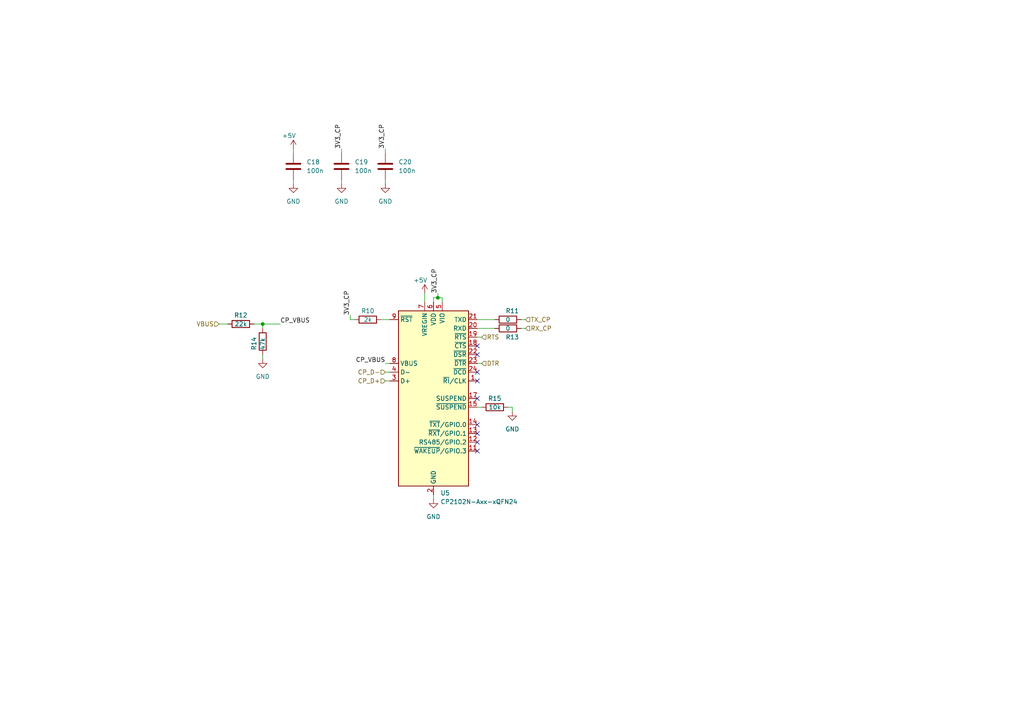
<source format=kicad_sch>
(kicad_sch (version 20211123) (generator eeschema)

  (uuid 4e105275-4a47-4ec9-ae12-f300ca3f1a96)

  (paper "A4")

  (lib_symbols
    (symbol "Device:C" (pin_numbers hide) (pin_names (offset 0.254)) (in_bom yes) (on_board yes)
      (property "Reference" "C" (id 0) (at 0.635 2.54 0)
        (effects (font (size 1.27 1.27)) (justify left))
      )
      (property "Value" "C" (id 1) (at 0.635 -2.54 0)
        (effects (font (size 1.27 1.27)) (justify left))
      )
      (property "Footprint" "" (id 2) (at 0.9652 -3.81 0)
        (effects (font (size 1.27 1.27)) hide)
      )
      (property "Datasheet" "~" (id 3) (at 0 0 0)
        (effects (font (size 1.27 1.27)) hide)
      )
      (property "ki_keywords" "cap capacitor" (id 4) (at 0 0 0)
        (effects (font (size 1.27 1.27)) hide)
      )
      (property "ki_description" "Unpolarized capacitor" (id 5) (at 0 0 0)
        (effects (font (size 1.27 1.27)) hide)
      )
      (property "ki_fp_filters" "C_*" (id 6) (at 0 0 0)
        (effects (font (size 1.27 1.27)) hide)
      )
      (symbol "C_0_1"
        (polyline
          (pts
            (xy -2.032 -0.762)
            (xy 2.032 -0.762)
          )
          (stroke (width 0.508) (type default) (color 0 0 0 0))
          (fill (type none))
        )
        (polyline
          (pts
            (xy -2.032 0.762)
            (xy 2.032 0.762)
          )
          (stroke (width 0.508) (type default) (color 0 0 0 0))
          (fill (type none))
        )
      )
      (symbol "C_1_1"
        (pin passive line (at 0 3.81 270) (length 2.794)
          (name "~" (effects (font (size 1.27 1.27))))
          (number "1" (effects (font (size 1.27 1.27))))
        )
        (pin passive line (at 0 -3.81 90) (length 2.794)
          (name "~" (effects (font (size 1.27 1.27))))
          (number "2" (effects (font (size 1.27 1.27))))
        )
      )
    )
    (symbol "Device:R" (pin_numbers hide) (pin_names (offset 0)) (in_bom yes) (on_board yes)
      (property "Reference" "R" (id 0) (at 2.032 0 90)
        (effects (font (size 1.27 1.27)))
      )
      (property "Value" "R" (id 1) (at 0 0 90)
        (effects (font (size 1.27 1.27)))
      )
      (property "Footprint" "" (id 2) (at -1.778 0 90)
        (effects (font (size 1.27 1.27)) hide)
      )
      (property "Datasheet" "~" (id 3) (at 0 0 0)
        (effects (font (size 1.27 1.27)) hide)
      )
      (property "ki_keywords" "R res resistor" (id 4) (at 0 0 0)
        (effects (font (size 1.27 1.27)) hide)
      )
      (property "ki_description" "Resistor" (id 5) (at 0 0 0)
        (effects (font (size 1.27 1.27)) hide)
      )
      (property "ki_fp_filters" "R_*" (id 6) (at 0 0 0)
        (effects (font (size 1.27 1.27)) hide)
      )
      (symbol "R_0_1"
        (rectangle (start -1.016 -2.54) (end 1.016 2.54)
          (stroke (width 0.254) (type default) (color 0 0 0 0))
          (fill (type none))
        )
      )
      (symbol "R_1_1"
        (pin passive line (at 0 3.81 270) (length 1.27)
          (name "~" (effects (font (size 1.27 1.27))))
          (number "1" (effects (font (size 1.27 1.27))))
        )
        (pin passive line (at 0 -3.81 90) (length 1.27)
          (name "~" (effects (font (size 1.27 1.27))))
          (number "2" (effects (font (size 1.27 1.27))))
        )
      )
    )
    (symbol "Interface_USB:CP2102N-Axx-xQFN24" (in_bom yes) (on_board yes)
      (property "Reference" "U" (id 0) (at -8.89 26.67 0)
        (effects (font (size 1.27 1.27)))
      )
      (property "Value" "CP2102N-Axx-xQFN24" (id 1) (at 13.97 26.67 0)
        (effects (font (size 1.27 1.27)))
      )
      (property "Footprint" "Package_DFN_QFN:QFN-24-1EP_4x4mm_P0.5mm_EP2.6x2.6mm" (id 2) (at 31.75 -26.67 0)
        (effects (font (size 1.27 1.27)) hide)
      )
      (property "Datasheet" "https://www.silabs.com/documents/public/data-sheets/cp2102n-datasheet.pdf" (id 3) (at 1.27 -19.05 0)
        (effects (font (size 1.27 1.27)) hide)
      )
      (property "ki_keywords" "USB UART bridge" (id 4) (at 0 0 0)
        (effects (font (size 1.27 1.27)) hide)
      )
      (property "ki_description" "USB to UART master bridge, QFN-24" (id 5) (at 0 0 0)
        (effects (font (size 1.27 1.27)) hide)
      )
      (property "ki_fp_filters" "QFN*4x4mm*P0.5mm*" (id 6) (at 0 0 0)
        (effects (font (size 1.27 1.27)) hide)
      )
      (symbol "CP2102N-Axx-xQFN24_0_1"
        (rectangle (start -10.16 25.4) (end 10.16 -25.4)
          (stroke (width 0.254) (type default) (color 0 0 0 0))
          (fill (type background))
        )
      )
      (symbol "CP2102N-Axx-xQFN24_1_1"
        (pin bidirectional line (at 12.7 5.08 180) (length 2.54)
          (name "~{RI}/CLK" (effects (font (size 1.27 1.27))))
          (number "1" (effects (font (size 1.27 1.27))))
        )
        (pin no_connect line (at -10.16 -22.86 0) (length 2.54) hide
          (name "NC" (effects (font (size 1.27 1.27))))
          (number "10" (effects (font (size 1.27 1.27))))
        )
        (pin bidirectional line (at 12.7 -15.24 180) (length 2.54)
          (name "~{WAKEUP}/GPIO.3" (effects (font (size 1.27 1.27))))
          (number "11" (effects (font (size 1.27 1.27))))
        )
        (pin bidirectional line (at 12.7 -12.7 180) (length 2.54)
          (name "RS485/GPIO.2" (effects (font (size 1.27 1.27))))
          (number "12" (effects (font (size 1.27 1.27))))
        )
        (pin bidirectional line (at 12.7 -10.16 180) (length 2.54)
          (name "~{RXT}/GPIO.1" (effects (font (size 1.27 1.27))))
          (number "13" (effects (font (size 1.27 1.27))))
        )
        (pin bidirectional line (at 12.7 -7.62 180) (length 2.54)
          (name "~{TXT}/GPIO.0" (effects (font (size 1.27 1.27))))
          (number "14" (effects (font (size 1.27 1.27))))
        )
        (pin output line (at 12.7 -2.54 180) (length 2.54)
          (name "~{SUSPEND}" (effects (font (size 1.27 1.27))))
          (number "15" (effects (font (size 1.27 1.27))))
        )
        (pin no_connect line (at 10.16 -22.86 180) (length 2.54) hide
          (name "NC" (effects (font (size 1.27 1.27))))
          (number "16" (effects (font (size 1.27 1.27))))
        )
        (pin output line (at 12.7 0 180) (length 2.54)
          (name "SUSPEND" (effects (font (size 1.27 1.27))))
          (number "17" (effects (font (size 1.27 1.27))))
        )
        (pin input line (at 12.7 15.24 180) (length 2.54)
          (name "~{CTS}" (effects (font (size 1.27 1.27))))
          (number "18" (effects (font (size 1.27 1.27))))
        )
        (pin output line (at 12.7 17.78 180) (length 2.54)
          (name "~{RTS}" (effects (font (size 1.27 1.27))))
          (number "19" (effects (font (size 1.27 1.27))))
        )
        (pin power_in line (at 0 -27.94 90) (length 2.54)
          (name "GND" (effects (font (size 1.27 1.27))))
          (number "2" (effects (font (size 1.27 1.27))))
        )
        (pin input line (at 12.7 20.32 180) (length 2.54)
          (name "RXD" (effects (font (size 1.27 1.27))))
          (number "20" (effects (font (size 1.27 1.27))))
        )
        (pin output line (at 12.7 22.86 180) (length 2.54)
          (name "TXD" (effects (font (size 1.27 1.27))))
          (number "21" (effects (font (size 1.27 1.27))))
        )
        (pin input line (at 12.7 12.7 180) (length 2.54)
          (name "~{DSR}" (effects (font (size 1.27 1.27))))
          (number "22" (effects (font (size 1.27 1.27))))
        )
        (pin output line (at 12.7 10.16 180) (length 2.54)
          (name "~{DTR}" (effects (font (size 1.27 1.27))))
          (number "23" (effects (font (size 1.27 1.27))))
        )
        (pin input line (at 12.7 7.62 180) (length 2.54)
          (name "~{DCD}" (effects (font (size 1.27 1.27))))
          (number "24" (effects (font (size 1.27 1.27))))
        )
        (pin passive line (at 0 -27.94 90) (length 2.54) hide
          (name "GND" (effects (font (size 1.27 1.27))))
          (number "25" (effects (font (size 1.27 1.27))))
        )
        (pin bidirectional line (at -12.7 5.08 0) (length 2.54)
          (name "D+" (effects (font (size 1.27 1.27))))
          (number "3" (effects (font (size 1.27 1.27))))
        )
        (pin bidirectional line (at -12.7 7.62 0) (length 2.54)
          (name "D-" (effects (font (size 1.27 1.27))))
          (number "4" (effects (font (size 1.27 1.27))))
        )
        (pin power_in line (at 2.54 27.94 270) (length 2.54)
          (name "VIO" (effects (font (size 1.27 1.27))))
          (number "5" (effects (font (size 1.27 1.27))))
        )
        (pin power_in line (at 0 27.94 270) (length 2.54)
          (name "VDD" (effects (font (size 1.27 1.27))))
          (number "6" (effects (font (size 1.27 1.27))))
        )
        (pin power_in line (at -2.54 27.94 270) (length 2.54)
          (name "VREGIN" (effects (font (size 1.27 1.27))))
          (number "7" (effects (font (size 1.27 1.27))))
        )
        (pin input line (at -12.7 10.16 0) (length 2.54)
          (name "VBUS" (effects (font (size 1.27 1.27))))
          (number "8" (effects (font (size 1.27 1.27))))
        )
        (pin input line (at -12.7 22.86 0) (length 2.54)
          (name "~{RST}" (effects (font (size 1.27 1.27))))
          (number "9" (effects (font (size 1.27 1.27))))
        )
      )
    )
    (symbol "power:+5V" (power) (pin_names (offset 0)) (in_bom yes) (on_board yes)
      (property "Reference" "#PWR" (id 0) (at 0 -3.81 0)
        (effects (font (size 1.27 1.27)) hide)
      )
      (property "Value" "+5V" (id 1) (at 0 3.556 0)
        (effects (font (size 1.27 1.27)))
      )
      (property "Footprint" "" (id 2) (at 0 0 0)
        (effects (font (size 1.27 1.27)) hide)
      )
      (property "Datasheet" "" (id 3) (at 0 0 0)
        (effects (font (size 1.27 1.27)) hide)
      )
      (property "ki_keywords" "power-flag" (id 4) (at 0 0 0)
        (effects (font (size 1.27 1.27)) hide)
      )
      (property "ki_description" "Power symbol creates a global label with name \"+5V\"" (id 5) (at 0 0 0)
        (effects (font (size 1.27 1.27)) hide)
      )
      (symbol "+5V_0_1"
        (polyline
          (pts
            (xy -0.762 1.27)
            (xy 0 2.54)
          )
          (stroke (width 0) (type default) (color 0 0 0 0))
          (fill (type none))
        )
        (polyline
          (pts
            (xy 0 0)
            (xy 0 2.54)
          )
          (stroke (width 0) (type default) (color 0 0 0 0))
          (fill (type none))
        )
        (polyline
          (pts
            (xy 0 2.54)
            (xy 0.762 1.27)
          )
          (stroke (width 0) (type default) (color 0 0 0 0))
          (fill (type none))
        )
      )
      (symbol "+5V_1_1"
        (pin power_in line (at 0 0 90) (length 0) hide
          (name "+5V" (effects (font (size 1.27 1.27))))
          (number "1" (effects (font (size 1.27 1.27))))
        )
      )
    )
    (symbol "power:GND" (power) (pin_names (offset 0)) (in_bom yes) (on_board yes)
      (property "Reference" "#PWR" (id 0) (at 0 -6.35 0)
        (effects (font (size 1.27 1.27)) hide)
      )
      (property "Value" "GND" (id 1) (at 0 -3.81 0)
        (effects (font (size 1.27 1.27)))
      )
      (property "Footprint" "" (id 2) (at 0 0 0)
        (effects (font (size 1.27 1.27)) hide)
      )
      (property "Datasheet" "" (id 3) (at 0 0 0)
        (effects (font (size 1.27 1.27)) hide)
      )
      (property "ki_keywords" "power-flag" (id 4) (at 0 0 0)
        (effects (font (size 1.27 1.27)) hide)
      )
      (property "ki_description" "Power symbol creates a global label with name \"GND\" , ground" (id 5) (at 0 0 0)
        (effects (font (size 1.27 1.27)) hide)
      )
      (symbol "GND_0_1"
        (polyline
          (pts
            (xy 0 0)
            (xy 0 -1.27)
            (xy 1.27 -1.27)
            (xy 0 -2.54)
            (xy -1.27 -1.27)
            (xy 0 -1.27)
          )
          (stroke (width 0) (type default) (color 0 0 0 0))
          (fill (type none))
        )
      )
      (symbol "GND_1_1"
        (pin power_in line (at 0 0 270) (length 0) hide
          (name "GND" (effects (font (size 1.27 1.27))))
          (number "1" (effects (font (size 1.27 1.27))))
        )
      )
    )
  )


  (junction (at 76.2 93.98) (diameter 0) (color 0 0 0 0)
    (uuid 6c04a202-978e-43e3-b926-a0db87223f38)
  )
  (junction (at 127 86.36) (diameter 0) (color 0 0 0 0)
    (uuid cd61705c-a6d0-48e0-a122-9adf5b78da26)
  )

  (no_connect (at 138.43 100.33) (uuid 480cb25a-d468-4dea-b058-2d65151809cb))
  (no_connect (at 138.43 115.57) (uuid 897a8a4b-4200-41e7-b433-d89cc3073b43))
  (no_connect (at 138.43 107.95) (uuid aaef7e4d-c3b2-427e-bc6c-f46418210871))
  (no_connect (at 138.43 102.87) (uuid aaef7e4d-c3b2-427e-bc6c-f46418210872))
  (no_connect (at 138.43 123.19) (uuid fa4b419c-af4c-40da-894b-a7b39822bf73))
  (no_connect (at 138.43 125.73) (uuid fa4b419c-af4c-40da-894b-a7b39822bf74))
  (no_connect (at 138.43 128.27) (uuid fa4b419c-af4c-40da-894b-a7b39822bf75))
  (no_connect (at 138.43 130.81) (uuid fa4b419c-af4c-40da-894b-a7b39822bf76))
  (no_connect (at 138.43 110.49) (uuid fa4b419c-af4c-40da-894b-a7b39822bf77))

  (wire (pts (xy 111.76 52.07) (xy 111.76 53.34))
    (stroke (width 0) (type default) (color 0 0 0 0))
    (uuid 15a5c7ad-b7d3-49f1-aa4c-d0b29624c068)
  )
  (wire (pts (xy 151.13 92.71) (xy 152.4 92.71))
    (stroke (width 0) (type default) (color 0 0 0 0))
    (uuid 16dc82c6-2560-44c0-a293-8d6b622c495c)
  )
  (wire (pts (xy 111.76 105.41) (xy 113.03 105.41))
    (stroke (width 0) (type default) (color 0 0 0 0))
    (uuid 192448f0-475c-4fb4-9c0a-1ef4446c46c2)
  )
  (wire (pts (xy 101.6 91.44) (xy 101.6 92.71))
    (stroke (width 0) (type default) (color 0 0 0 0))
    (uuid 22149a2f-2005-4343-aa19-791421bb4547)
  )
  (wire (pts (xy 125.73 143.51) (xy 125.73 144.78))
    (stroke (width 0) (type default) (color 0 0 0 0))
    (uuid 25012e77-f947-41dc-bc40-2572d846f174)
  )
  (wire (pts (xy 123.19 85.09) (xy 123.19 87.63))
    (stroke (width 0) (type default) (color 0 0 0 0))
    (uuid 26f40ed3-b4ce-4e0b-a73b-46f3eb25cd7e)
  )
  (wire (pts (xy 148.59 118.11) (xy 148.59 119.38))
    (stroke (width 0) (type default) (color 0 0 0 0))
    (uuid 272f9a71-3fd0-4e3a-b226-82ccb95500a6)
  )
  (wire (pts (xy 99.06 43.18) (xy 99.06 44.45))
    (stroke (width 0) (type default) (color 0 0 0 0))
    (uuid 2769f64c-ef35-45c4-942f-24e04b97b872)
  )
  (wire (pts (xy 138.43 105.41) (xy 139.7 105.41))
    (stroke (width 0) (type default) (color 0 0 0 0))
    (uuid 3e8d86d1-0287-4506-9a1c-25cd37f70f94)
  )
  (wire (pts (xy 111.76 43.18) (xy 111.76 44.45))
    (stroke (width 0) (type default) (color 0 0 0 0))
    (uuid 3ef4d73e-96bf-46f2-b6e2-0df3820631c3)
  )
  (wire (pts (xy 138.43 92.71) (xy 143.51 92.71))
    (stroke (width 0) (type default) (color 0 0 0 0))
    (uuid 4955fddb-ef9d-4b0b-87d9-9555bbebd47b)
  )
  (wire (pts (xy 128.27 86.36) (xy 128.27 87.63))
    (stroke (width 0) (type default) (color 0 0 0 0))
    (uuid 4e2b8848-354a-4e1a-87d6-1afc7c153c68)
  )
  (wire (pts (xy 85.09 52.07) (xy 85.09 53.34))
    (stroke (width 0) (type default) (color 0 0 0 0))
    (uuid 5582f85e-5bcd-4c5d-be23-ea1fe7d4f2eb)
  )
  (wire (pts (xy 76.2 102.87) (xy 76.2 104.14))
    (stroke (width 0) (type default) (color 0 0 0 0))
    (uuid 642da5bb-0aee-4fb5-8566-8a327eeeeb83)
  )
  (wire (pts (xy 125.73 86.36) (xy 125.73 87.63))
    (stroke (width 0) (type default) (color 0 0 0 0))
    (uuid 68647915-1ea8-4a64-819f-21cf71a9fb39)
  )
  (wire (pts (xy 138.43 95.25) (xy 143.51 95.25))
    (stroke (width 0) (type default) (color 0 0 0 0))
    (uuid 6b70f2fa-1c42-4a79-bb9f-7b4562e43627)
  )
  (wire (pts (xy 151.13 95.25) (xy 152.4 95.25))
    (stroke (width 0) (type default) (color 0 0 0 0))
    (uuid 6f831d69-c5f1-4202-b473-42f07ad5f61e)
  )
  (wire (pts (xy 127 86.36) (xy 128.27 86.36))
    (stroke (width 0) (type default) (color 0 0 0 0))
    (uuid 70e98d46-cece-40e5-9b53-81dc040b32e5)
  )
  (wire (pts (xy 138.43 97.79) (xy 139.7 97.79))
    (stroke (width 0) (type default) (color 0 0 0 0))
    (uuid 7e8a0f91-1606-471c-82d9-4e7ac7bbe55a)
  )
  (wire (pts (xy 76.2 93.98) (xy 81.28 93.98))
    (stroke (width 0) (type default) (color 0 0 0 0))
    (uuid 7f0c8a08-fd1e-477d-ab59-ab1f485c3e22)
  )
  (wire (pts (xy 125.73 86.36) (xy 127 86.36))
    (stroke (width 0) (type default) (color 0 0 0 0))
    (uuid 9879785c-3b9f-4f61-a09e-7347c415fe34)
  )
  (wire (pts (xy 85.09 43.18) (xy 85.09 44.45))
    (stroke (width 0) (type default) (color 0 0 0 0))
    (uuid 9f4fdc91-51cd-4ac6-931b-b8790c1165b1)
  )
  (wire (pts (xy 99.06 52.07) (xy 99.06 53.34))
    (stroke (width 0) (type default) (color 0 0 0 0))
    (uuid a100abe5-30a3-43b2-84f2-7e554630c826)
  )
  (wire (pts (xy 111.76 107.95) (xy 113.03 107.95))
    (stroke (width 0) (type default) (color 0 0 0 0))
    (uuid a113bbb9-78c2-48ab-9550-0da87dd5c258)
  )
  (wire (pts (xy 127 85.09) (xy 127 86.36))
    (stroke (width 0) (type default) (color 0 0 0 0))
    (uuid a8ebc042-de00-454d-884a-db3a618ed59d)
  )
  (wire (pts (xy 101.6 92.71) (xy 102.87 92.71))
    (stroke (width 0) (type default) (color 0 0 0 0))
    (uuid b33c2c32-6bf9-476c-ad0d-2d0d5f6259f8)
  )
  (wire (pts (xy 138.43 118.11) (xy 139.7 118.11))
    (stroke (width 0) (type default) (color 0 0 0 0))
    (uuid badcfe3f-8ecd-4aa0-b694-d1c1777170f7)
  )
  (wire (pts (xy 76.2 93.98) (xy 76.2 95.25))
    (stroke (width 0) (type default) (color 0 0 0 0))
    (uuid bc32510f-e113-4614-9d6b-2f6a53c2da6e)
  )
  (wire (pts (xy 147.32 118.11) (xy 148.59 118.11))
    (stroke (width 0) (type default) (color 0 0 0 0))
    (uuid cf560188-660f-4276-897b-099765896c0b)
  )
  (wire (pts (xy 110.49 92.71) (xy 113.03 92.71))
    (stroke (width 0) (type default) (color 0 0 0 0))
    (uuid e5d3e6a2-4ebe-4202-8e63-0acc7d630631)
  )
  (wire (pts (xy 73.66 93.98) (xy 76.2 93.98))
    (stroke (width 0) (type default) (color 0 0 0 0))
    (uuid e8c5a771-867e-483f-80cb-d5048d111988)
  )
  (wire (pts (xy 63.5 93.98) (xy 66.04 93.98))
    (stroke (width 0) (type default) (color 0 0 0 0))
    (uuid f1bdf8a3-f661-4b33-81ae-8c66012504f3)
  )
  (wire (pts (xy 111.76 110.49) (xy 113.03 110.49))
    (stroke (width 0) (type default) (color 0 0 0 0))
    (uuid f76ead16-12b0-4d7f-a277-7e85863599ef)
  )

  (label "3V3_CP" (at 101.6 91.44 90)
    (effects (font (size 1.27 1.27)) (justify left bottom))
    (uuid 0320e640-224f-4508-99ad-c2ac6f5effdb)
  )
  (label "3V3_CP" (at 127 85.09 90)
    (effects (font (size 1.27 1.27)) (justify left bottom))
    (uuid 097f40c3-68c3-4b12-bf4e-2e080ddbfa52)
  )
  (label "3V3_CP" (at 99.06 43.18 90)
    (effects (font (size 1.27 1.27)) (justify left bottom))
    (uuid 4b21ec2e-7322-478f-a01a-b6bde25bd6c4)
  )
  (label "CP_VBUS" (at 81.28 93.98 0)
    (effects (font (size 1.27 1.27)) (justify left bottom))
    (uuid 6c1ea7e6-1b17-49f4-a11f-df5000b3c38b)
  )
  (label "CP_VBUS" (at 111.76 105.41 180)
    (effects (font (size 1.27 1.27)) (justify right bottom))
    (uuid a7ae1898-86ee-4d0e-b085-54c3ea128861)
  )
  (label "3V3_CP" (at 111.76 43.18 90)
    (effects (font (size 1.27 1.27)) (justify left bottom))
    (uuid e2744271-a7ad-462e-9374-35cc6123f832)
  )

  (hierarchical_label "DTR" (shape input) (at 139.7 105.41 0)
    (effects (font (size 1.27 1.27)) (justify left))
    (uuid 08fdc0e2-c12b-41fb-be50-e9e7fd1505e9)
  )
  (hierarchical_label "CP_D+" (shape input) (at 111.76 110.49 180)
    (effects (font (size 1.27 1.27)) (justify right))
    (uuid 20a21310-fdb7-4bfc-8a5e-6d5c2c761087)
  )
  (hierarchical_label "VBUS" (shape input) (at 63.5 93.98 180)
    (effects (font (size 1.27 1.27)) (justify right))
    (uuid 2838deb4-0658-4c1c-af42-035238774718)
  )
  (hierarchical_label "RTS" (shape input) (at 139.7 97.79 0)
    (effects (font (size 1.27 1.27)) (justify left))
    (uuid 663c1c9a-05f3-4516-87fd-6747a30c98eb)
  )
  (hierarchical_label "CP_D-" (shape input) (at 111.76 107.95 180)
    (effects (font (size 1.27 1.27)) (justify right))
    (uuid 7f3dcc0f-7d16-49d8-90c3-17ad021dd68e)
  )
  (hierarchical_label "TX_CP" (shape input) (at 152.4 92.71 0)
    (effects (font (size 1.27 1.27)) (justify left))
    (uuid c8baf479-36b7-4ef5-bcde-1e4187f1f532)
  )
  (hierarchical_label "RX_CP" (shape input) (at 152.4 95.25 0)
    (effects (font (size 1.27 1.27)) (justify left))
    (uuid f2b7f04a-1443-4546-82f3-5c77a51b5244)
  )

  (symbol (lib_id "Device:C") (at 85.09 48.26 0) (unit 1)
    (in_bom yes) (on_board yes) (fields_autoplaced)
    (uuid 01be99a5-c11a-4c7c-a67e-4f349c2d044c)
    (property "Reference" "C18" (id 0) (at 88.9 46.9899 0)
      (effects (font (size 1.27 1.27)) (justify left))
    )
    (property "Value" "100n" (id 1) (at 88.9 49.5299 0)
      (effects (font (size 1.27 1.27)) (justify left))
    )
    (property "Footprint" "Capacitor_SMD:C_0402_1005Metric" (id 2) (at 86.0552 52.07 0)
      (effects (font (size 1.27 1.27)) hide)
    )
    (property "Datasheet" "~" (id 3) (at 85.09 48.26 0)
      (effects (font (size 1.27 1.27)) hide)
    )
    (pin "1" (uuid 5e56fd80-4250-4148-a3c1-3d7b88b38fd3))
    (pin "2" (uuid 428b028e-f092-48d8-b17c-fe4b51358fde))
  )

  (symbol (lib_id "Device:R") (at 147.32 92.71 90) (unit 1)
    (in_bom yes) (on_board yes)
    (uuid 05c36841-5a21-45a2-b3e7-6e036fe9495e)
    (property "Reference" "R11" (id 0) (at 148.59 90.17 90))
    (property "Value" "0" (id 1) (at 147.32 92.71 90))
    (property "Footprint" "Resistor_SMD:R_0402_1005Metric" (id 2) (at 147.32 94.488 90)
      (effects (font (size 1.27 1.27)) hide)
    )
    (property "Datasheet" "~" (id 3) (at 147.32 92.71 0)
      (effects (font (size 1.27 1.27)) hide)
    )
    (pin "1" (uuid 9dcef851-ab0d-4b06-87ed-4d96f94ffb4c))
    (pin "2" (uuid 6b303e7d-e0b0-490b-8a26-0d3cba8a38b0))
  )

  (symbol (lib_id "power:+5V") (at 85.09 43.18 0) (unit 1)
    (in_bom yes) (on_board yes)
    (uuid 09510cec-43dd-4d76-b3ef-45ce60629e84)
    (property "Reference" "#PWR048" (id 0) (at 85.09 46.99 0)
      (effects (font (size 1.27 1.27)) hide)
    )
    (property "Value" "+5V" (id 1) (at 83.82 39.37 0))
    (property "Footprint" "" (id 2) (at 85.09 43.18 0)
      (effects (font (size 1.27 1.27)) hide)
    )
    (property "Datasheet" "" (id 3) (at 85.09 43.18 0)
      (effects (font (size 1.27 1.27)) hide)
    )
    (pin "1" (uuid 1fb4817b-99f5-4630-812d-56a872160c0f))
  )

  (symbol (lib_id "Interface_USB:CP2102N-Axx-xQFN24") (at 125.73 115.57 0) (unit 1)
    (in_bom yes) (on_board yes) (fields_autoplaced)
    (uuid 1d82576b-39e9-464c-9b5a-ea5f4418db93)
    (property "Reference" "U5" (id 0) (at 127.7494 143.002 0)
      (effects (font (size 1.27 1.27)) (justify left))
    )
    (property "Value" "CP2102N-Axx-xQFN24" (id 1) (at 127.7494 145.542 0)
      (effects (font (size 1.27 1.27)) (justify left))
    )
    (property "Footprint" "Package_DFN_QFN:QFN-24-1EP_4x4mm_P0.5mm_EP2.6x2.6mm" (id 2) (at 157.48 142.24 0)
      (effects (font (size 1.27 1.27)) hide)
    )
    (property "Datasheet" "https://www.silabs.com/documents/public/data-sheets/cp2102n-datasheet.pdf" (id 3) (at 127 134.62 0)
      (effects (font (size 1.27 1.27)) hide)
    )
    (pin "1" (uuid ca8d2e93-10fe-481b-9967-265172866a82))
    (pin "10" (uuid b3520eca-d6e3-4489-87f6-9faf5320d5a3))
    (pin "11" (uuid 3d07541f-e14c-40a5-8bc8-e01af00cb598))
    (pin "12" (uuid 91624eb2-d090-46e9-afd5-26e4ff9d69fd))
    (pin "13" (uuid aebcd537-ab38-4891-893f-e541911510d6))
    (pin "14" (uuid 8be5852e-4438-4110-b74a-b415a6beb806))
    (pin "15" (uuid 8da3f37b-5902-42fb-8d26-da803eee1e46))
    (pin "16" (uuid 4d195c5a-f0e5-4cbb-8d42-7f5451ef70a4))
    (pin "17" (uuid 6b0dc94a-d0f1-487b-aab0-cd25e8b0937f))
    (pin "18" (uuid 4c9429a8-7e89-412c-a91f-97ce9b433575))
    (pin "19" (uuid b4149a41-6f83-4938-9a70-1ac7605396db))
    (pin "2" (uuid ce80630e-b1fd-4570-a5a5-de60f9f184d0))
    (pin "20" (uuid 19a5e863-8126-4ed9-b5a0-6bf953bc24cc))
    (pin "21" (uuid 91b1c076-b21d-4576-96a4-083df8bff139))
    (pin "22" (uuid 27a9c8a6-aaa4-4166-b0d4-f4b871d54f65))
    (pin "23" (uuid 85b03eba-d17c-47e8-b7a6-2d2b4ef58a97))
    (pin "24" (uuid 00b04cc8-2660-43a7-91cd-5a16dc93ce03))
    (pin "25" (uuid 69605636-fd26-4e97-b103-07c3295069c7))
    (pin "3" (uuid ba994892-6ff8-4966-8fde-9526e448278f))
    (pin "4" (uuid 3c7fa10e-020c-46d7-88c9-960dc5a7f359))
    (pin "5" (uuid dba81dc4-2f76-4590-a2ab-446f28532a6d))
    (pin "6" (uuid 9a071e85-0b73-4cf6-867f-f2e9c75bf7c7))
    (pin "7" (uuid d21727dd-a5ee-498d-98f6-7794a320485e))
    (pin "8" (uuid 0efb8df2-f0a9-41be-a82a-08930767d5ba))
    (pin "9" (uuid 4c3785c8-aaa4-402c-8862-f88531c5c873))
  )

  (symbol (lib_id "Device:R") (at 76.2 99.06 0) (unit 1)
    (in_bom yes) (on_board yes)
    (uuid 354c8b63-5749-4c7c-b584-0097d44de3bc)
    (property "Reference" "R14" (id 0) (at 73.66 101.6 90)
      (effects (font (size 1.27 1.27)) (justify left))
    )
    (property "Value" "47k" (id 1) (at 76.2 101.6 90)
      (effects (font (size 1.27 1.27)) (justify left))
    )
    (property "Footprint" "Resistor_SMD:R_0402_1005Metric" (id 2) (at 74.422 99.06 90)
      (effects (font (size 1.27 1.27)) hide)
    )
    (property "Datasheet" "~" (id 3) (at 76.2 99.06 0)
      (effects (font (size 1.27 1.27)) hide)
    )
    (pin "1" (uuid f0508865-c081-4bed-b521-9a2a78a97f5d))
    (pin "2" (uuid 4c6f56b8-cc3a-4cc7-b3ea-d39cfc89a8f7))
  )

  (symbol (lib_id "Device:R") (at 69.85 93.98 90) (unit 1)
    (in_bom yes) (on_board yes)
    (uuid 4ba51227-ba17-4643-a185-cdf8043bff47)
    (property "Reference" "R12" (id 0) (at 69.85 91.44 90))
    (property "Value" "22k" (id 1) (at 69.85 93.98 90))
    (property "Footprint" "Resistor_SMD:R_0402_1005Metric" (id 2) (at 69.85 95.758 90)
      (effects (font (size 1.27 1.27)) hide)
    )
    (property "Datasheet" "~" (id 3) (at 69.85 93.98 0)
      (effects (font (size 1.27 1.27)) hide)
    )
    (pin "1" (uuid 225ea199-5865-4644-834a-fdbf2e68d97b))
    (pin "2" (uuid 1535efd3-570e-4107-a413-b0a7218f1ce8))
  )

  (symbol (lib_id "Device:C") (at 99.06 48.26 0) (unit 1)
    (in_bom yes) (on_board yes) (fields_autoplaced)
    (uuid 6d484183-e12c-47e1-8e81-9420a5509735)
    (property "Reference" "C19" (id 0) (at 102.87 46.9899 0)
      (effects (font (size 1.27 1.27)) (justify left))
    )
    (property "Value" "100n" (id 1) (at 102.87 49.5299 0)
      (effects (font (size 1.27 1.27)) (justify left))
    )
    (property "Footprint" "Capacitor_SMD:C_0402_1005Metric" (id 2) (at 100.0252 52.07 0)
      (effects (font (size 1.27 1.27)) hide)
    )
    (property "Datasheet" "~" (id 3) (at 99.06 48.26 0)
      (effects (font (size 1.27 1.27)) hide)
    )
    (pin "1" (uuid 80ac02ef-58be-463c-a63d-91fdaff414da))
    (pin "2" (uuid cb4d1d86-3bd9-4ed6-8388-6ae81a8c63cc))
  )

  (symbol (lib_id "power:GND") (at 111.76 53.34 0) (unit 1)
    (in_bom yes) (on_board yes) (fields_autoplaced)
    (uuid 7a3331dd-f480-4582-97e2-30b3a522f7ba)
    (property "Reference" "#PWR051" (id 0) (at 111.76 59.69 0)
      (effects (font (size 1.27 1.27)) hide)
    )
    (property "Value" "GND" (id 1) (at 111.76 58.42 0))
    (property "Footprint" "" (id 2) (at 111.76 53.34 0)
      (effects (font (size 1.27 1.27)) hide)
    )
    (property "Datasheet" "" (id 3) (at 111.76 53.34 0)
      (effects (font (size 1.27 1.27)) hide)
    )
    (pin "1" (uuid a2d6b384-bbb8-4497-b6ee-1accba416837))
  )

  (symbol (lib_id "power:GND") (at 125.73 144.78 0) (unit 1)
    (in_bom yes) (on_board yes) (fields_autoplaced)
    (uuid 7a9da6ea-fe08-45ac-9407-3124bae3a6fe)
    (property "Reference" "#PWR055" (id 0) (at 125.73 151.13 0)
      (effects (font (size 1.27 1.27)) hide)
    )
    (property "Value" "GND" (id 1) (at 125.73 149.86 0))
    (property "Footprint" "" (id 2) (at 125.73 144.78 0)
      (effects (font (size 1.27 1.27)) hide)
    )
    (property "Datasheet" "" (id 3) (at 125.73 144.78 0)
      (effects (font (size 1.27 1.27)) hide)
    )
    (pin "1" (uuid 1e7e3974-7ee2-4938-9290-39cb2a287f86))
  )

  (symbol (lib_id "power:GND") (at 85.09 53.34 0) (unit 1)
    (in_bom yes) (on_board yes) (fields_autoplaced)
    (uuid 88e6d2f9-4d19-457c-8eaa-5157df8a27ca)
    (property "Reference" "#PWR049" (id 0) (at 85.09 59.69 0)
      (effects (font (size 1.27 1.27)) hide)
    )
    (property "Value" "GND" (id 1) (at 85.09 58.42 0))
    (property "Footprint" "" (id 2) (at 85.09 53.34 0)
      (effects (font (size 1.27 1.27)) hide)
    )
    (property "Datasheet" "" (id 3) (at 85.09 53.34 0)
      (effects (font (size 1.27 1.27)) hide)
    )
    (pin "1" (uuid 1ee0786c-1526-4474-94f7-00b34fa895d5))
  )

  (symbol (lib_id "power:GND") (at 148.59 119.38 0) (unit 1)
    (in_bom yes) (on_board yes) (fields_autoplaced)
    (uuid 9097c8f2-28f7-461d-9ef6-c3aa97aedfa3)
    (property "Reference" "#PWR054" (id 0) (at 148.59 125.73 0)
      (effects (font (size 1.27 1.27)) hide)
    )
    (property "Value" "GND" (id 1) (at 148.59 124.46 0))
    (property "Footprint" "" (id 2) (at 148.59 119.38 0)
      (effects (font (size 1.27 1.27)) hide)
    )
    (property "Datasheet" "" (id 3) (at 148.59 119.38 0)
      (effects (font (size 1.27 1.27)) hide)
    )
    (pin "1" (uuid 62100395-0a37-4627-a760-31fb3f34859b))
  )

  (symbol (lib_id "power:GND") (at 76.2 104.14 0) (unit 1)
    (in_bom yes) (on_board yes) (fields_autoplaced)
    (uuid a1acec7e-543c-45e2-803e-8d9f7b201975)
    (property "Reference" "#PWR053" (id 0) (at 76.2 110.49 0)
      (effects (font (size 1.27 1.27)) hide)
    )
    (property "Value" "GND" (id 1) (at 76.2 109.22 0))
    (property "Footprint" "" (id 2) (at 76.2 104.14 0)
      (effects (font (size 1.27 1.27)) hide)
    )
    (property "Datasheet" "" (id 3) (at 76.2 104.14 0)
      (effects (font (size 1.27 1.27)) hide)
    )
    (pin "1" (uuid e3a072ee-18c2-4c93-ab85-3cb8f8570005))
  )

  (symbol (lib_id "Device:R") (at 106.68 92.71 90) (unit 1)
    (in_bom yes) (on_board yes)
    (uuid a96e1638-d5e5-43d4-b1e7-db5708e00bf5)
    (property "Reference" "R10" (id 0) (at 106.68 90.17 90))
    (property "Value" "2k" (id 1) (at 106.68 92.71 90))
    (property "Footprint" "Resistor_SMD:R_0402_1005Metric" (id 2) (at 106.68 94.488 90)
      (effects (font (size 1.27 1.27)) hide)
    )
    (property "Datasheet" "~" (id 3) (at 106.68 92.71 0)
      (effects (font (size 1.27 1.27)) hide)
    )
    (pin "1" (uuid d174a1a2-8f85-42d8-822e-7994d3709603))
    (pin "2" (uuid 89e5e30b-3bd6-4ae3-9f8e-48373eaa8844))
  )

  (symbol (lib_id "Device:R") (at 143.51 118.11 90) (unit 1)
    (in_bom yes) (on_board yes)
    (uuid c1900ca7-d400-44b6-8b1b-49d92d5c4466)
    (property "Reference" "R15" (id 0) (at 143.51 115.57 90))
    (property "Value" "10k" (id 1) (at 143.51 118.11 90))
    (property "Footprint" "Resistor_SMD:R_0402_1005Metric" (id 2) (at 143.51 119.888 90)
      (effects (font (size 1.27 1.27)) hide)
    )
    (property "Datasheet" "~" (id 3) (at 143.51 118.11 0)
      (effects (font (size 1.27 1.27)) hide)
    )
    (pin "1" (uuid 7dfa150e-e0d7-490b-af7a-1b5b4209aca6))
    (pin "2" (uuid eb601794-cb7d-4d7b-bc22-4a8bf68ffc22))
  )

  (symbol (lib_id "power:GND") (at 99.06 53.34 0) (unit 1)
    (in_bom yes) (on_board yes) (fields_autoplaced)
    (uuid c2754986-5a20-4a89-abbd-25caf27000f7)
    (property "Reference" "#PWR050" (id 0) (at 99.06 59.69 0)
      (effects (font (size 1.27 1.27)) hide)
    )
    (property "Value" "GND" (id 1) (at 99.06 58.42 0))
    (property "Footprint" "" (id 2) (at 99.06 53.34 0)
      (effects (font (size 1.27 1.27)) hide)
    )
    (property "Datasheet" "" (id 3) (at 99.06 53.34 0)
      (effects (font (size 1.27 1.27)) hide)
    )
    (pin "1" (uuid 17d1fece-6cc4-4291-ad74-4865d2730c2e))
  )

  (symbol (lib_id "Device:C") (at 111.76 48.26 0) (unit 1)
    (in_bom yes) (on_board yes) (fields_autoplaced)
    (uuid c4004ec9-18ba-4d13-91aa-386c3b52011d)
    (property "Reference" "C20" (id 0) (at 115.57 46.9899 0)
      (effects (font (size 1.27 1.27)) (justify left))
    )
    (property "Value" "100n" (id 1) (at 115.57 49.5299 0)
      (effects (font (size 1.27 1.27)) (justify left))
    )
    (property "Footprint" "Capacitor_SMD:C_0402_1005Metric" (id 2) (at 112.7252 52.07 0)
      (effects (font (size 1.27 1.27)) hide)
    )
    (property "Datasheet" "~" (id 3) (at 111.76 48.26 0)
      (effects (font (size 1.27 1.27)) hide)
    )
    (pin "1" (uuid 890867a5-bf88-40ef-8db0-2fea97b193f3))
    (pin "2" (uuid 38621ea9-7740-47b1-940d-6083f965fa74))
  )

  (symbol (lib_id "Device:R") (at 147.32 95.25 90) (unit 1)
    (in_bom yes) (on_board yes)
    (uuid fb675db1-d139-411c-9b6f-e9f70c31672b)
    (property "Reference" "R13" (id 0) (at 148.59 97.79 90))
    (property "Value" "0" (id 1) (at 147.32 95.25 90))
    (property "Footprint" "Resistor_SMD:R_0402_1005Metric" (id 2) (at 147.32 97.028 90)
      (effects (font (size 1.27 1.27)) hide)
    )
    (property "Datasheet" "~" (id 3) (at 147.32 95.25 0)
      (effects (font (size 1.27 1.27)) hide)
    )
    (pin "1" (uuid 3f50abb6-3d78-4aa3-b7c4-a01aae242b9f))
    (pin "2" (uuid 0dead512-6c75-40e6-bca8-d2caf243ed32))
  )

  (symbol (lib_id "power:+5V") (at 123.19 85.09 0) (unit 1)
    (in_bom yes) (on_board yes)
    (uuid fbbee5f3-ff93-4c74-b083-46061aff6236)
    (property "Reference" "#PWR052" (id 0) (at 123.19 88.9 0)
      (effects (font (size 1.27 1.27)) hide)
    )
    (property "Value" "+5V" (id 1) (at 121.92 81.28 0))
    (property "Footprint" "" (id 2) (at 123.19 85.09 0)
      (effects (font (size 1.27 1.27)) hide)
    )
    (property "Datasheet" "" (id 3) (at 123.19 85.09 0)
      (effects (font (size 1.27 1.27)) hide)
    )
    (pin "1" (uuid 424ad99e-124b-4a9b-bfa0-3c6b6f3bb63b))
  )
)

</source>
